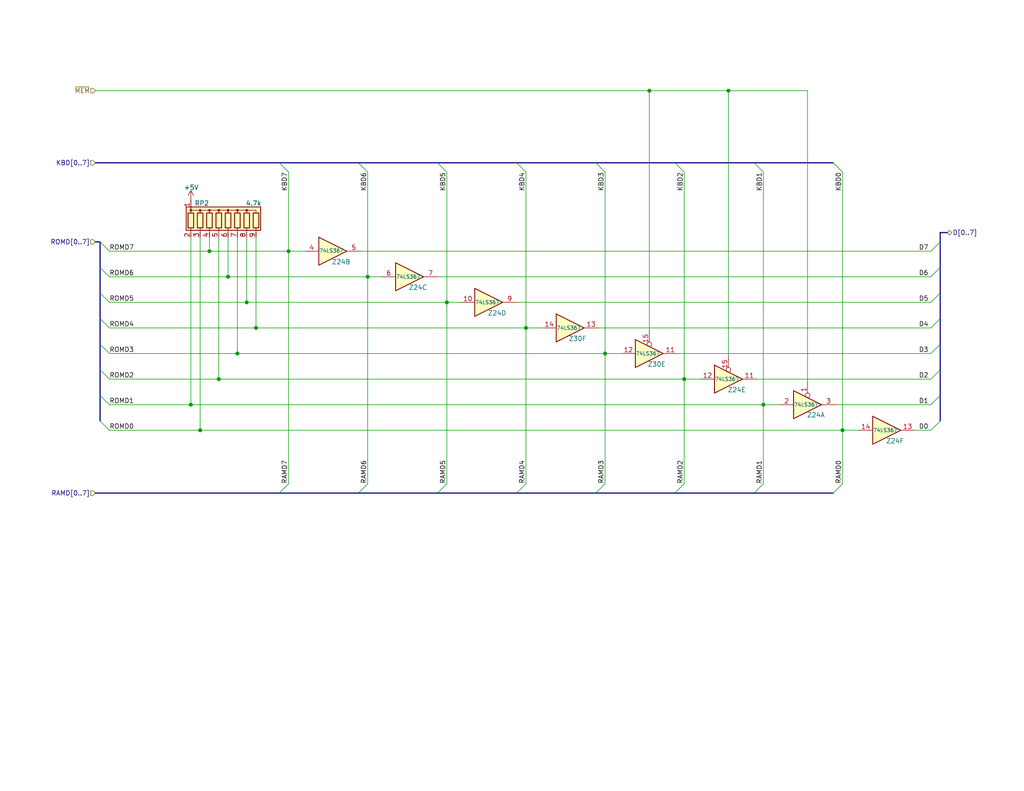
<source format=kicad_sch>
(kicad_sch (version 20250114) (generator "eeschema") (generator_version "9.0")
  (paper "USLetter")
  (title_block (title "TRS-80 Model I Rev HE11E011550") (date "2025-06-15") (rev "E1A") (company "RetroStack - Marcel Erz") (comment 2 "Connects RAM, ROM, and Keyboard to the data bus") (comment 4 "RAM-ROM Interface"))
  (lib_symbols
    (symbol "Device:R_Network08" (pin_names (offset 0) (hide yes))
      (property "Reference" "RN" (at -12.7 0 90))
      (property "Value" "R_Network08" (at 10.16 0 90))
      (symbol "R_Network08_0_1"
        (rectangle (start -11.43 -3.175) (end 8.89 3.175) (stroke (width 0.254)) (fill (type background)))
        (rectangle (start -10.922 1.524) (end -9.398 -2.54) (stroke (width 0.254)))
        (circle (center -10.16 2.286) (radius 0.254) (fill (type outline)))
        (polyline (pts (xy -10.16 1.524) (xy -10.16 2.286) (xy -7.62 2.286) (xy -7.62 1.524)))
        (polyline (pts (xy -10.16 -2.54) (xy -10.16 -3.81)))
        (rectangle (start -8.382 1.524) (end -6.858 -2.54) (stroke (width 0.254)))
        (circle (center -7.62 2.286) (radius 0.254) (fill (type outline)))
        (polyline (pts (xy -7.62 1.524) (xy -7.62 2.286) (xy -5.08 2.286) (xy -5.08 1.524)))
        (polyline (pts (xy -7.62 -2.54) (xy -7.62 -3.81)))
        (rectangle (start -5.842 1.524) (end -4.318 -2.54) (stroke (width 0.254)))
        (circle (center -5.08 2.286) (radius 0.254) (fill (type outline)))
        (polyline (pts (xy -5.08 1.524) (xy -5.08 2.286) (xy -2.54 2.286) (xy -2.54 1.524)))
        (polyline (pts (xy -5.08 -2.54) (xy -5.08 -3.81)))
        (rectangle (start -3.302 1.524) (end -1.778 -2.54) (stroke (width 0.254)))
        (circle (center -2.54 2.286) (radius 0.254) (fill (type outline)))
        (polyline (pts (xy -2.54 1.524) (xy -2.54 2.286) (xy 0 2.286) (xy 0 1.524)))
        (polyline (pts (xy -2.54 -2.54) (xy -2.54 -3.81)))
        (rectangle (start -0.762 1.524) (end 0.762 -2.54) (stroke (width 0.254)))
        (circle (center 0 2.286) (radius 0.254) (fill (type outline)))
        (polyline (pts (xy 0 1.524) (xy 0 2.286) (xy 2.54 2.286) (xy 2.54 1.524)))
        (polyline (pts (xy 0 -2.54) (xy 0 -3.81)))
        (rectangle (start 1.778 1.524) (end 3.302 -2.54) (stroke (width 0.254)))
        (circle (center 2.54 2.286) (radius 0.254) (fill (type outline)))
        (polyline (pts (xy 2.54 1.524) (xy 2.54 2.286) (xy 5.08 2.286) (xy 5.08 1.524)))
        (polyline (pts (xy 2.54 -2.54) (xy 2.54 -3.81)))
        (rectangle (start 4.318 1.524) (end 5.842 -2.54) (stroke (width 0.254)))
        (circle (center 5.08 2.286) (radius 0.254) (fill (type outline)))
        (polyline (pts (xy 5.08 1.524) (xy 5.08 2.286) (xy 7.62 2.286) (xy 7.62 1.524)))
        (polyline (pts (xy 5.08 -2.54) (xy 5.08 -3.81)))
        (rectangle (start 6.858 1.524) (end 8.382 -2.54) (stroke (width 0.254)))
        (polyline (pts (xy 7.62 -2.54) (xy 7.62 -3.81)))
      )
      (symbol "R_Network08_1_1"
        (pin passive line (at -10.16 5.08 270) (length 2.54) (name "common") (number "1"))
        (pin passive line (at -10.16 -5.08 90) (length 1.27) (name "R1") (number "2"))
        (pin passive line (at -7.62 -5.08 90) (length 1.27) (name "R2") (number "3"))
        (pin passive line (at -5.08 -5.08 90) (length 1.27) (name "R3") (number "4"))
        (pin passive line (at -2.54 -5.08 90) (length 1.27) (name "R4") (number "5"))
        (pin passive line (at 0 -5.08 90) (length 1.27) (name "R5") (number "6"))
        (pin passive line (at 2.54 -5.08 90) (length 1.27) (name "R6") (number "7"))
        (pin passive line (at 5.08 -5.08 90) (length 1.27) (name "R7") (number "8"))
        (pin passive line (at 7.62 -5.08 90) (length 1.27) (name "R8") (number "9"))
      )
    )
    (symbol "RetroStackLibrary:74LS367_Split" (pin_names (offset 1.016))
      (property "Reference" "U" (at 0 1.27 0))
      (property "Value" "74LS367" (at 0 -1.27 0))
      (symbol "74LS367_Split_1_0"
        (polyline (pts (xy -3.81 3.81) (xy -3.81 -3.81) (xy 3.81 0) (xy -3.81 3.81)) (stroke (width 0.254)) (fill (type background)))
        (pin input line (at -7.62 0 0) (length 3.81) (name "~") (number "2"))
        (pin input inverted (at 0 6.35 270) (length 4.445) (name "~") (number "1"))
        (pin tri_state line (at 7.62 0 180) (length 3.81) (name "~") (number "3"))
      )
      (symbol "74LS367_Split_2_0"
        (polyline (pts (xy -3.81 3.81) (xy -3.81 -3.81) (xy 3.81 0) (xy -3.81 3.81)) (stroke (width 0.254)) (fill (type background)))
        (pin input line (at -7.62 0 0) (length 3.81) (name "~") (number "4"))
        (pin tri_state line (at 7.62 0 180) (length 3.81) (name "~") (number "5"))
      )
      (symbol "74LS367_Split_3_0"
        (polyline (pts (xy -3.81 3.81) (xy -3.81 -3.81) (xy 3.81 0) (xy -3.81 3.81)) (stroke (width 0.254)) (fill (type background)))
        (pin input line (at -7.62 0 0) (length 3.81) (name "~") (number "6"))
        (pin tri_state line (at 7.62 0 180) (length 3.81) (name "~") (number "7"))
      )
      (symbol "74LS367_Split_4_0"
        (polyline (pts (xy -3.81 3.81) (xy -3.81 -3.81) (xy 3.81 0) (xy -3.81 3.81)) (stroke (width 0.254)) (fill (type background)))
        (pin input line (at -7.62 0 0) (length 3.81) (name "~") (number "10"))
        (pin tri_state line (at 7.62 0 180) (length 3.81) (name "~") (number "9"))
      )
      (symbol "74LS367_Split_5_0"
        (polyline (pts (xy -3.175 -2.54) (xy -3.175 -10.16) (xy 4.445 -6.35) (xy -3.175 -2.54)) (stroke (width 0.254)) (fill (type background)))
        (pin input line (at -6.985 -6.35 0) (length 3.81) (name "~") (number "12"))
        (pin input inverted (at 0.635 0 270) (length 4.445) (name "~") (number "15"))
        (pin tri_state line (at 8.255 -6.35 180) (length 3.81) (name "~") (number "11"))
      )
      (symbol "74LS367_Split_6_0"
        (polyline (pts (xy -3.81 3.81) (xy -3.81 -3.81) (xy 3.81 0) (xy -3.81 3.81)) (stroke (width 0.254)) (fill (type background)))
        (pin input line (at -7.62 0 0) (length 3.81) (name "~") (number "14"))
        (pin tri_state line (at 7.62 0 180) (length 3.81) (name "~") (number "13"))
      )
      (symbol "74LS367_Split_7_0"
        (pin power_in line (at 0 1.905 270) (length 5.08) (name "VCC") (number "16"))
        (pin power_in line (at 0 -23.495 90) (length 5.08) (name "GND") (number "8"))
      )
      (symbol "74LS367_Split_7_1"
        (rectangle (start -5.08 -3.175) (end 5.08 -18.415) (stroke (width 0.254)) (fill (type background)))
      )
    )
    (symbol "power:+5V" (power) (pin_numbers (hide yes)) (pin_names (offset 0) (hide yes))
      (property "Value" "+5V" (at 0 3.556 0))
      (symbol "+5V_0_1"
        (polyline (pts (xy -0.762 1.27) (xy 0 2.54)))
        (polyline (pts (xy 0 2.54) (xy 0.762 1.27)))
        (polyline (pts (xy 0 0) (xy 0 2.54)))
      )
      (symbol "+5V_1_1"
        (pin power_in line (at 0 0 90) (length 0) (name "~") (number "1"))
      )
    )
  )
  (junction (at 186.69 103.505))
  (junction (at 62.23 75.565))
  (junction (at 59.69 103.505))
  (junction (at 67.31 82.55))
  (junction (at 177.165 24.765))
  (junction (at 165.1 96.52))
  (junction (at 69.85 89.535))
  (junction (at 208.28 110.49))
  (junction (at 64.77 96.52))
  (junction (at 198.755 24.765))
  (junction (at 52.07 110.49))
  (junction (at 54.61 117.475))
  (junction (at 121.92 82.55))
  (junction (at 57.15 68.58))
  (junction (at 229.87 117.475))
  (junction (at 143.51 89.535))
  (junction (at 78.74 68.58))
  (junction (at 100.33 75.565))
  (bus_entry (at 229.87 46.99) (size -2.54 -2.54))
  (bus_entry (at 27.305 100.965) (size 2.54 2.54))
  (bus_entry (at 186.69 46.99) (size -2.54 -2.54))
  (bus_entry (at 254 89.535) (size 2.54 -2.54))
  (bus_entry (at 254 110.49) (size 2.54 -2.54))
  (bus_entry (at 254 68.58) (size 2.54 -2.54))
  (bus_entry (at 27.305 93.98) (size 2.54 2.54))
  (bus_entry (at 208.28 46.99) (size -2.54 -2.54))
  (bus_entry (at 229.87 132.08) (size -2.54 2.54))
  (bus_entry (at 121.92 132.08) (size -2.54 2.54))
  (bus_entry (at 208.28 132.08) (size -2.54 2.54))
  (bus_entry (at 121.92 46.99) (size -2.54 -2.54))
  (bus_entry (at 143.51 46.99) (size -2.54 -2.54))
  (bus_entry (at 29.845 68.58) (size -2.54 -2.54))
  (bus_entry (at 78.74 132.08) (size -2.54 2.54))
  (bus_entry (at 100.33 46.99) (size -2.54 -2.54))
  (bus_entry (at 143.51 132.08) (size -2.54 2.54))
  (bus_entry (at 27.305 107.95) (size 2.54 2.54))
  (bus_entry (at 27.305 73.025) (size 2.54 2.54))
  (bus_entry (at 165.1 46.99) (size -2.54 -2.54))
  (bus_entry (at 27.305 114.935) (size 2.54 2.54))
  (bus_entry (at 78.74 46.99) (size -2.54 -2.54))
  (bus_entry (at 165.1 132.08) (size -2.54 2.54))
  (bus_entry (at 254 96.52) (size 2.54 -2.54))
  (bus_entry (at 254 117.475) (size 2.54 -2.54))
  (bus_entry (at 254 82.55) (size 2.54 -2.54))
  (bus_entry (at 186.69 132.08) (size -2.54 2.54))
  (bus_entry (at 27.305 86.995) (size 2.54 2.54))
  (bus_entry (at 27.305 80.01) (size 2.54 2.54))
  (bus_entry (at 100.33 132.08) (size -2.54 2.54))
  (bus_entry (at 254 103.505) (size 2.54 -2.54))
  (bus_entry (at 254 75.565) (size 2.54 -2.54))
  (wire (pts (xy 143.51 89.535) (xy 147.955 89.535)))
  (wire (pts (xy 67.31 64.77) (xy 67.31 82.55)))
  (wire (pts (xy 249.555 117.475) (xy 254 117.475)))
  (bus (pts (xy 26.035 134.62) (xy 76.2 134.62)))
  (wire (pts (xy 220.345 24.765) (xy 220.345 104.14)))
  (wire (pts (xy 69.85 64.77) (xy 69.85 89.535)))
  (bus (pts (xy 256.54 73.025) (xy 256.54 80.01)))
  (bus (pts (xy 256.54 86.995) (xy 256.54 80.01)))
  (wire (pts (xy 229.87 117.475) (xy 229.87 132.08)))
  (bus (pts (xy 27.305 93.98) (xy 27.305 86.995)))
  (wire (pts (xy 52.07 110.49) (xy 208.28 110.49)))
  (bus (pts (xy 27.305 107.95) (xy 27.305 100.965)))
  (wire (pts (xy 29.845 75.565) (xy 62.23 75.565)))
  (wire (pts (xy 229.87 117.475) (xy 234.315 117.475)))
  (wire (pts (xy 177.165 24.765) (xy 198.755 24.765)))
  (wire (pts (xy 29.845 89.535) (xy 69.85 89.535)))
  (bus (pts (xy 256.54 63.5) (xy 256.54 66.04)))
  (bus (pts (xy 97.79 134.62) (xy 119.38 134.62)))
  (wire (pts (xy 143.51 89.535) (xy 143.51 132.08)))
  (wire (pts (xy 64.77 96.52) (xy 165.1 96.52)))
  (bus (pts (xy 26.035 66.04) (xy 27.305 66.04)))
  (bus (pts (xy 76.2 44.45) (xy 97.79 44.45)))
  (bus (pts (xy 256.54 73.025) (xy 256.54 66.04)))
  (bus (pts (xy 162.56 134.62) (xy 184.15 134.62)))
  (wire (pts (xy 69.85 89.535) (xy 143.51 89.535)))
  (wire (pts (xy 208.28 110.49) (xy 212.725 110.49)))
  (wire (pts (xy 100.33 46.99) (xy 100.33 75.565)))
  (wire (pts (xy 186.69 103.505) (xy 191.135 103.505)))
  (wire (pts (xy 165.1 96.52) (xy 165.1 132.08)))
  (wire (pts (xy 121.92 82.55) (xy 121.92 132.08)))
  (wire (pts (xy 208.28 46.99) (xy 208.28 110.49)))
  (wire (pts (xy 100.33 75.565) (xy 104.14 75.565)))
  (bus (pts (xy 76.2 134.62) (xy 97.79 134.62)))
  (wire (pts (xy 78.74 46.99) (xy 78.74 68.58)))
  (bus (pts (xy 27.305 100.965) (xy 27.305 93.98)))
  (wire (pts (xy 100.33 75.565) (xy 100.33 132.08)))
  (wire (pts (xy 165.1 46.99) (xy 165.1 96.52)))
  (wire (pts (xy 29.845 110.49) (xy 52.07 110.49)))
  (bus (pts (xy 27.305 86.995) (xy 27.305 80.01)))
  (bus (pts (xy 256.54 100.965) (xy 256.54 93.98)))
  (bus (pts (xy 162.56 44.45) (xy 184.15 44.45)))
  (wire (pts (xy 64.77 64.77) (xy 64.77 96.52)))
  (bus (pts (xy 27.305 114.935) (xy 27.305 107.95)))
  (bus (pts (xy 256.54 93.98) (xy 256.54 86.995)))
  (bus (pts (xy 258.445 63.5) (xy 256.54 63.5)))
  (wire (pts (xy 184.785 96.52) (xy 254 96.52)))
  (wire (pts (xy 119.38 75.565) (xy 254 75.565)))
  (wire (pts (xy 62.23 75.565) (xy 100.33 75.565)))
  (wire (pts (xy 57.15 68.58) (xy 78.74 68.58)))
  (wire (pts (xy 54.61 117.475) (xy 229.87 117.475)))
  (wire (pts (xy 29.845 96.52) (xy 64.77 96.52)))
  (wire (pts (xy 165.1 96.52) (xy 169.545 96.52)))
  (wire (pts (xy 229.87 46.99) (xy 229.87 117.475)))
  (wire (pts (xy 177.165 24.765) (xy 177.165 90.17)))
  (wire (pts (xy 29.845 68.58) (xy 57.15 68.58)))
  (wire (pts (xy 54.61 64.77) (xy 54.61 117.475)))
  (wire (pts (xy 227.965 110.49) (xy 254 110.49)))
  (wire (pts (xy 57.15 64.77) (xy 57.15 68.58)))
  (bus (pts (xy 27.305 73.025) (xy 27.305 66.04)))
  (wire (pts (xy 78.74 68.58) (xy 83.185 68.58)))
  (bus (pts (xy 119.38 134.62) (xy 140.97 134.62)))
  (bus (pts (xy 184.15 44.45) (xy 205.74 44.45)))
  (wire (pts (xy 140.97 82.55) (xy 254 82.55)))
  (bus (pts (xy 97.79 44.45) (xy 119.38 44.45)))
  (wire (pts (xy 121.92 82.55) (xy 125.73 82.55)))
  (wire (pts (xy 62.23 64.77) (xy 62.23 75.565)))
  (wire (pts (xy 29.845 82.55) (xy 67.31 82.55)))
  (wire (pts (xy 206.375 103.505) (xy 254 103.505)))
  (wire (pts (xy 78.74 68.58) (xy 78.74 132.08)))
  (bus (pts (xy 140.97 44.45) (xy 162.56 44.45)))
  (wire (pts (xy 186.69 46.99) (xy 186.69 103.505)))
  (wire (pts (xy 29.845 103.505) (xy 59.69 103.505)))
  (wire (pts (xy 121.92 46.99) (xy 121.92 82.55)))
  (bus (pts (xy 256.54 114.935) (xy 256.54 107.95)))
  (wire (pts (xy 26.035 24.765) (xy 177.165 24.765)))
  (bus (pts (xy 119.38 44.45) (xy 140.97 44.45)))
  (wire (pts (xy 29.845 117.475) (xy 54.61 117.475)))
  (wire (pts (xy 59.69 103.505) (xy 186.69 103.505)))
  (wire (pts (xy 163.195 89.535) (xy 254 89.535)))
  (wire (pts (xy 59.69 64.77) (xy 59.69 103.505)))
  (bus (pts (xy 256.54 107.95) (xy 256.54 100.965)))
  (wire (pts (xy 143.51 46.99) (xy 143.51 89.535)))
  (wire (pts (xy 98.425 68.58) (xy 254 68.58)))
  (bus (pts (xy 27.305 80.01) (xy 27.305 73.025)))
  (bus (pts (xy 140.97 134.62) (xy 162.56 134.62)))
  (bus (pts (xy 184.15 134.62) (xy 205.74 134.62)))
  (wire (pts (xy 198.755 24.765) (xy 198.755 97.155)))
  (wire (pts (xy 67.31 82.55) (xy 121.92 82.55)))
  (wire (pts (xy 186.69 103.505) (xy 186.69 132.08)))
  (wire (pts (xy 208.28 110.49) (xy 208.28 132.08)))
  (bus (pts (xy 205.74 134.62) (xy 227.33 134.62)))
  (wire (pts (xy 52.07 64.77) (xy 52.07 110.49)))
  (bus (pts (xy 205.74 44.45) (xy 227.33 44.45)))
  (bus (pts (xy 26.035 44.45) (xy 76.2 44.45)))
  (wire (pts (xy 198.755 24.765) (xy 220.345 24.765)))
  (label "D0" (at 253.365 117.475 180))
  (label "KBD6" (at 100.33 46.99 270))
  (label "ROMD4" (at 29.845 89.535 0))
  (label "KBD7" (at 78.74 46.99 270))
  (label "ROMD0" (at 29.845 117.475 0))
  (label "D2" (at 253.365 103.505 180))
  (label "RAMD4" (at 143.51 132.08 90))
  (label "D7" (at 253.365 68.58 180))
  (label "KBD2" (at 186.69 46.99 270))
  (label "RAMD3" (at 165.1 132.08 90))
  (label "KBD1" (at 208.28 46.99 270))
  (label "D3" (at 253.365 96.52 180))
  (label "ROMD6" (at 29.845 75.565 0))
  (label "RAMD2" (at 186.69 132.08 90))
  (label "ROMD7" (at 29.845 68.58 0))
  (label "RAMD0" (at 229.87 132.08 90))
  (label "KBD4" (at 143.51 46.99 270))
  (label "RAMD1" (at 208.28 132.08 90))
  (label "D6" (at 253.365 75.565 180))
  (label "D1" (at 253.365 110.49 180))
  (label "ROMD2" (at 29.845 103.505 0))
  (label "KBD3" (at 165.1 46.99 270))
  (label "D4" (at 253.365 89.535 180))
  (label "ROMD5" (at 29.845 82.55 0))
  (label "KBD0" (at 229.87 46.99 270))
  (label "ROMD1" (at 29.845 110.49 0))
  (label "RAMD6" (at 100.33 132.08 90))
  (label "RAMD5" (at 121.92 132.08 90))
  (label "ROMD3" (at 29.845 96.52 0))
  (label "KBD5" (at 121.92 46.99 270))
  (label "RAMD7" (at 78.74 132.08 90))
  (label "D5" (at 253.365 82.55 180))
  (hierarchical_label "KBD[0..7]" (shape input) (at 26.035 44.45 180))
  (hierarchical_label "D[0..7]" (shape bidirectional) (at 258.445 63.5 0))
  (hierarchical_label "RAMD[0..7]" (shape input) (at 26.035 134.62 180))
  (hierarchical_label "ROMD[0..7]" (shape input) (at 26.035 66.04 180))
  (hierarchical_label "~{MEM}" (shape input) (at 26.035 24.765 180))
  (symbol (lib_id "power:+5V") (at 52.07 54.61 0) (unit 1)
    (property "Reference" "#PWR0102" (effects (hide yes)))
    (property "Value" "+5V" (at 52.197 51.181 0))
    (property "Description" "Power symbol creates a global label with name \"+5V\"" (effects (hide yes)))
  )
  (symbol (lib_id "RetroStackLibrary:74LS367_Split") (at 133.35 82.55 0) (unit 4)
    (property "Reference" "Z24" (at 135.636 85.471 0))
    (property "Value" "74LS367" (at 132.969 82.55 0) (effects (font (size 1 1))))
    (property "Footprint" "Library:TRS80_Model_I_DIP16_Jap" (effects (hide yes)))
    (property "Datasheet" "https://www.ti.com/lit/ds/symlink/sn74ls367a.pdf" (effects (hide yes)))
    (property "Description" "Hex buffer 3-State outputs" (effects (hide yes)))
  )
  (symbol (lib_id "RetroStackLibrary:74LS367_Split") (at 111.76 75.565 0) (unit 3)
    (property "Reference" "Z24" (at 114.046 78.486 0))
    (property "Value" "74LS367" (at 111.379 75.565 0) (effects (font (size 1 1))))
    (property "Footprint" "Library:TRS80_Model_I_DIP16_Jap" (effects (hide yes)))
    (property "Datasheet" "https://www.ti.com/lit/ds/symlink/sn74ls367a.pdf" (effects (hide yes)))
    (property "Description" "Hex buffer 3-State outputs" (effects (hide yes)))
  )
  (symbol (lib_id "Device:R_Network08") (at 62.23 59.69 0) (unit 1)
    (property "Reference" "RP2" (at 53.086 55.499 0) (effects (justify left)))
    (property "Value" "4.7k" (at 67.056 55.499 0) (effects (justify left)))
    (property "Footprint" "Library:TRS80_Model_I_R_Array_09_Jap" (effects (hide yes)))
    (property "Datasheet" "http://www.vishay.com/docs/31509/csc.pdf" (effects (hide yes)))
    (property "Description" "8 resistor network, star topology, bussed resistors, small symbol" (effects (hide yes)))
  )
  (symbol (lib_id "RetroStackLibrary:74LS367_Split") (at 155.575 89.535 0) (unit 6)
    (property "Reference" "Z30" (at 157.607 92.456 0))
    (property "Value" "74LS367" (at 155.194 89.535 0) (effects (font (size 1 1))))
    (property "Footprint" "Library:TRS80_Model_I_DIP16_Jap" (effects (hide yes)))
    (property "Datasheet" "https://www.ti.com/lit/ds/symlink/sn74ls367a.pdf" (effects (hide yes)))
  )
  (symbol (lib_id "RetroStackLibrary:74LS367_Split") (at 241.935 117.475 0) (unit 6)
    (property "Reference" "Z24" (at 244.221 120.396 0))
    (property "Value" "74LS367" (at 241.554 117.475 0) (effects (font (size 1 1))))
    (property "Footprint" "Library:TRS80_Model_I_DIP16_Jap" (effects (hide yes)))
    (property "Datasheet" "https://www.ti.com/lit/ds/symlink/sn74ls367a.pdf" (effects (hide yes)))
    (property "Description" "Hex buffer 3-State outputs" (effects (hide yes)))
  )
  (symbol (lib_id "RetroStackLibrary:74LS367_Split") (at 198.12 97.155 0) (unit 5)
    (property "Reference" "Z24" (at 201.041 106.426 0))
    (property "Value" "74LS367" (at 198.374 103.505 0) (effects (font (size 1 1))))
    (property "Footprint" "Library:TRS80_Model_I_DIP16_Jap" (effects (hide yes)))
    (property "Datasheet" "https://www.ti.com/lit/ds/symlink/sn74ls367a.pdf" (effects (hide yes)))
    (property "Description" "Hex buffer 3-State outputs" (effects (hide yes)))
  )
  (symbol (lib_id "RetroStackLibrary:74LS367_Split") (at 176.53 90.17 0) (unit 5)
    (property "Reference" "Z30" (at 179.197 99.441 0))
    (property "Value" "74LS367" (at 176.784 96.52 0) (effects (font (size 1 1))))
    (property "Footprint" "Library:TRS80_Model_I_DIP16_Jap" (effects (hide yes)))
    (property "Datasheet" "https://www.ti.com/lit/ds/symlink/sn74ls367a.pdf" (effects (hide yes)))
  )
  (symbol (lib_id "RetroStackLibrary:74LS367_Split") (at 90.805 68.58 0) (unit 2)
    (property "Reference" "Z24" (at 93.091 71.501 0))
    (property "Value" "74LS367" (at 90.424 68.453 0) (effects (font (size 1 1))))
    (property "Footprint" "Library:TRS80_Model_I_DIP16_Jap" (effects (hide yes)))
    (property "Datasheet" "https://www.ti.com/lit/ds/symlink/sn74ls367a.pdf" (effects (hide yes)))
    (property "Description" "Hex buffer 3-State outputs" (effects (hide yes)))
  )
  (symbol (lib_id "RetroStackLibrary:74LS367_Split") (at 220.345 110.49 0) (unit 1)
    (property "Reference" "Z24" (at 222.631 113.284 0))
    (property "Value" "74LS367" (at 219.964 110.49 0) (effects (font (size 1 1))))
    (property "Footprint" "Library:TRS80_Model_I_DIP16_Jap" (effects (hide yes)))
    (property "Datasheet" "https://www.ti.com/lit/ds/symlink/sn74ls367a.pdf" (effects (hide yes)))
    (property "Description" "Hex buffer 3-State outputs" (effects (hide yes)))
  )
)
</source>
